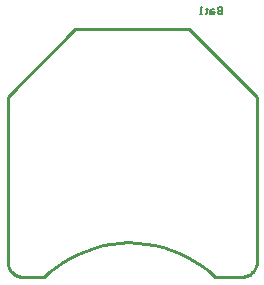
<source format=gbo>
%FSTAX23Y23*%
%MOIN*%
%SFA1B1*%

%IPPOS*%
%ADD25C,0.006000*%
%ADD38C,0.010000*%
%LNpumpminder_v2-1*%
%LPD*%
G54D25*
X0195Y02223D02*
Y022D01*
X01938*
X01934Y02204*
Y02208*
X01938Y02212*
X0195*
X01938*
X01934Y02216*
Y02219*
X01938Y02223*
X0195*
X01922Y02216D02*
X01914D01*
X0191Y02212*
Y022*
X01922*
X01926Y02204*
X01922Y02208*
X0191*
X01898Y02219D02*
Y02216D01*
X01902*
X01894*
X01898*
Y02204*
X01894Y022*
X01882D02*
X01874D01*
X01878*
Y02223*
X01882Y02219*
G54D38*
X01926Y01325D02*
D01*
X01904Y01344*
X01882Y01361*
X01857Y01377*
X01832Y01392*
X01806Y01404*
X01779Y01415*
X01751Y01423*
X01723Y0143*
X01695Y01435*
X01666Y01438*
X01637Y01439*
X01608Y01437*
X01579Y01434*
X01551Y01429*
X01523Y01422*
X01495Y01412*
X01468Y01401*
X01443Y01388*
X01418Y01374*
X01394Y01357*
X01371Y01339*
X01355Y01325*
X01235Y01375D02*
D01*
X01235Y01371*
X01235Y01368*
X01236Y01364*
X01236Y01361*
X01238Y01357*
X01239Y01354*
X0124Y01351*
X01242Y01348*
X01244Y01345*
X01246Y01342*
X01249Y0134*
X01251Y01337*
X01254Y01335*
X01257Y01333*
X0126Y01331*
X01263Y0133*
X01266Y01328*
X01269Y01327*
X01272Y01326*
X01276Y01325*
X01279Y01325*
X01283Y01325*
X01285Y01325*
X02015D02*
D01*
X02018Y01325*
X02021Y01325*
X02025Y01326*
X02028Y01326*
X02032Y01328*
X02035Y01329*
X02038Y0133*
X02041Y01332*
X02044Y01334*
X02047Y01336*
X02049Y01339*
X02052Y01341*
X02054Y01344*
X02056Y01347*
X02058Y0135*
X02059Y01353*
X02061Y01356*
X02062Y01359*
X02063Y01362*
X02064Y01366*
X02064Y01369*
X02064Y01373*
X02065Y01375*
X0184Y0215D02*
X02065Y01925D01*
X0146Y0215D02*
X01485D01*
X01235Y01925D02*
X0146Y0215D01*
X02065Y01375D02*
Y01925D01*
X01235Y01375D02*
Y01925D01*
X01285Y01325D02*
X01355D01*
X01925D02*
X02015D01*
X01475Y0215D02*
X0184D01*
M02*
</source>
